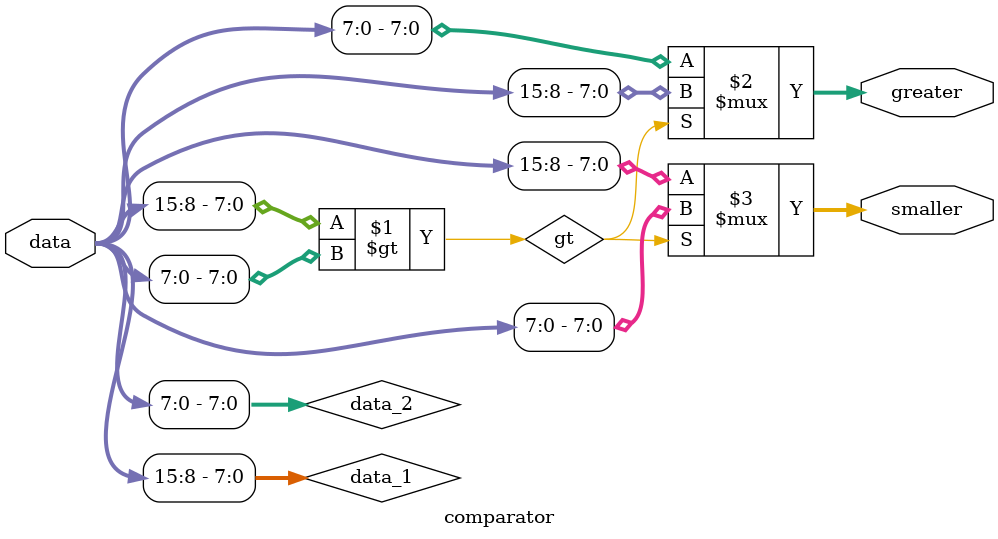
<source format=v>








module comparator #(
    parameter DATA_WIDTH=8
    )(

    input [2*DATA_WIDTH-1:0] data,
    output [DATA_WIDTH-1:0] greater,
    output [DATA_WIDTH-1:0] smaller
    );

    wire [DATA_WIDTH-1:0] data_1;
    wire [DATA_WIDTH-1:0] data_2;
    wire gt;

    assign data_1 = data[2*DATA_WIDTH-1:DATA_WIDTH];
    assign data_2 = data[DATA_WIDTH-1:0];
    assign gt = (data_1 > data_2);

    assign greater = gt ? data_1 : data_2;
    assign smaller = gt ? data_2 : data_1;



endmodule

</source>
